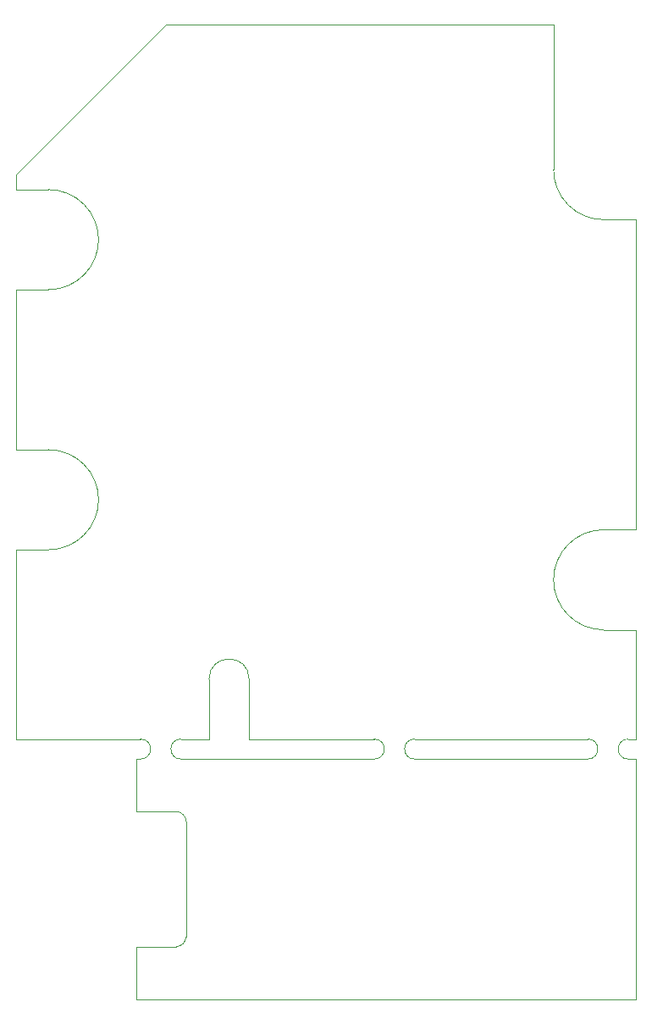
<source format=gm1>
%TF.GenerationSoftware,KiCad,Pcbnew,(5.1.8)-1*%
%TF.CreationDate,2020-12-22T12:44:13-05:00*%
%TF.ProjectId,uratt,75726174-742e-46b6-9963-61645f706362,rev?*%
%TF.SameCoordinates,Original*%
%TF.FileFunction,Profile,NP*%
%FSLAX46Y46*%
G04 Gerber Fmt 4.6, Leading zero omitted, Abs format (unit mm)*
G04 Created by KiCad (PCBNEW (5.1.8)-1) date 2020-12-22 12:44:13*
%MOMM*%
%LPD*%
G01*
G04 APERTURE LIST*
%TA.AperFunction,Profile*%
%ADD10C,0.100000*%
%TD*%
G04 APERTURE END LIST*
D10*
X44450000Y-88000000D02*
G75*
G02*
X48450000Y-88000000I2000000J0D01*
G01*
X48450000Y-94000000D02*
X48450000Y-88000000D01*
X44450000Y-94000000D02*
X44450000Y-94000000D01*
X44450000Y-94000000D02*
X44450000Y-88000000D01*
X48450000Y-94000000D02*
X60960000Y-94000000D01*
X42146000Y-113750000D02*
G75*
G02*
X41146000Y-114750000I-1000000J0D01*
G01*
X41146000Y-101250000D02*
G75*
G02*
X42146000Y-102250000I0J-1000000D01*
G01*
X37592000Y-94000000D02*
G75*
G02*
X37592000Y-96000000I0J-1000000D01*
G01*
X41632000Y-96000000D02*
G75*
G02*
X41632000Y-94000000I0J1000000D01*
G01*
X60960000Y-94000000D02*
G75*
G02*
X60960000Y-96000000I0J-1000000D01*
G01*
X65000000Y-96000000D02*
G75*
G02*
X65000000Y-94000000I0J1000000D01*
G01*
X82320000Y-94000000D02*
G75*
G02*
X82320000Y-96000000I0J-1000000D01*
G01*
X86360000Y-96000000D02*
G75*
G02*
X86360000Y-94000000I0J1000000D01*
G01*
X87146000Y-96000000D02*
X86360000Y-96000000D01*
X65000000Y-96000000D02*
X82320000Y-96000000D01*
X41632000Y-96000000D02*
X60960000Y-96000000D01*
X37145999Y-96000000D02*
X37592000Y-96000000D01*
X87146000Y-94000000D02*
X86360000Y-94000000D01*
X65000000Y-94000000D02*
X82320000Y-94000000D01*
X41632000Y-94000000D02*
X44450000Y-94000000D01*
X25146000Y-94000000D02*
X37592000Y-94000000D01*
X87146000Y-96000000D02*
X87146000Y-120000000D01*
X87146000Y-120000000D02*
X37146000Y-120000000D01*
X37146000Y-101250000D02*
X37145999Y-96000000D01*
X41146000Y-101250000D02*
X37146000Y-101250000D01*
X42146000Y-113750000D02*
X42146000Y-102250000D01*
X37146000Y-114750000D02*
X41146000Y-114750000D01*
X37146000Y-120000000D02*
X37146000Y-114750000D01*
X83896000Y-73080002D02*
X87146000Y-73080002D01*
X83896000Y-83080002D02*
G75*
G02*
X83896000Y-73080002I0J5000000D01*
G01*
X87146000Y-94000000D02*
X87146000Y-83080001D01*
X25146000Y-75080001D02*
X25146000Y-94000000D01*
X28396000Y-65080001D02*
G75*
G02*
X28396000Y-75080001I0J-5000000D01*
G01*
X56146000Y-22580001D02*
X40145999Y-22580001D01*
X87146000Y-42080001D02*
X83896000Y-42080001D01*
X83896000Y-42080002D02*
G75*
G02*
X78896000Y-37080002I0J5000000D01*
G01*
X87146000Y-73080002D02*
X87146000Y-42080001D01*
X87146000Y-83080001D02*
X83896000Y-83080001D01*
X28396000Y-75080001D02*
X25146000Y-75080001D01*
X28395998Y-39080001D02*
G75*
G02*
X28396000Y-49080001I1J-5000000D01*
G01*
X40145999Y-22580001D02*
X25146000Y-37580001D01*
X28396000Y-49080001D02*
X25146000Y-49080001D01*
X25146000Y-39080001D02*
X28396000Y-39080001D01*
X25146000Y-37580001D02*
X25146000Y-39080001D01*
X78896000Y-22580001D02*
X56146000Y-22580001D01*
X78896000Y-37080001D02*
X78896000Y-22580001D01*
X25146000Y-65080001D02*
X28396000Y-65080001D01*
X25146000Y-49080001D02*
X25146000Y-65080001D01*
M02*

</source>
